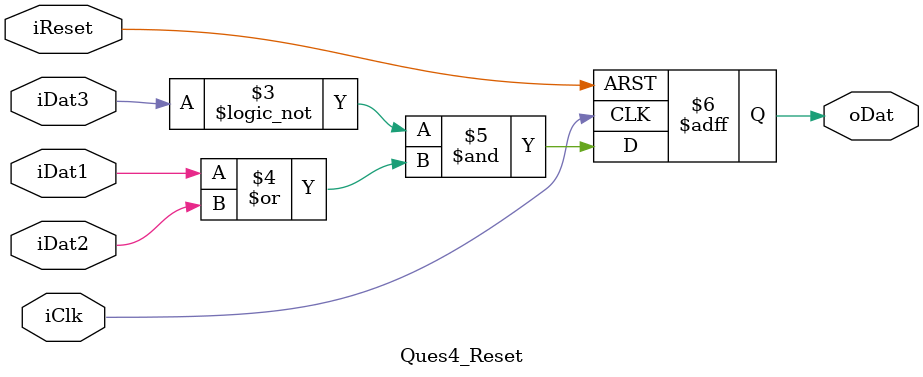
<source format=v>
module Ques4_Reset(
	input iReset, iClk,
	input iDat1, iDat2, iDat3,
	output reg oDat
);

	always@(posedge iClk or negedge iReset)
	begin
		if(!iReset)
			oDat<=0;
		else
			oDat<=!iDat3 & (iDat1 | iDat2);
	end
	
endmodule

</source>
